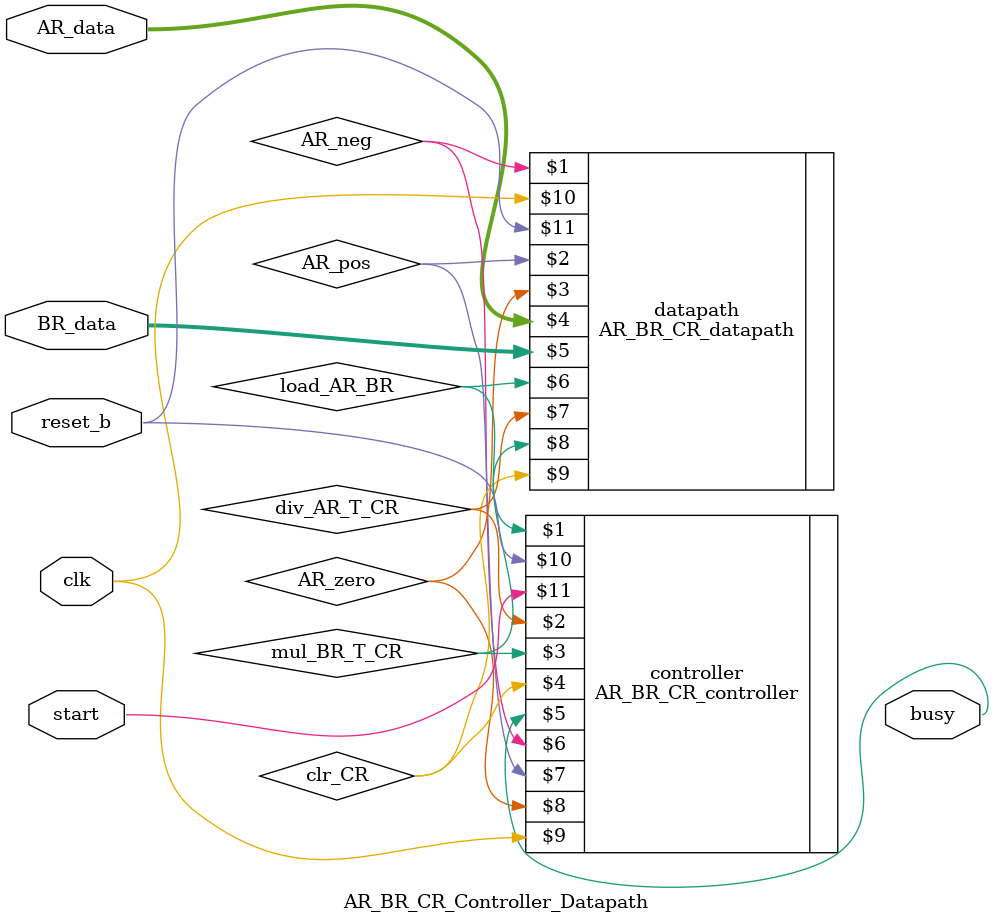
<source format=v>
module AR_BR_CR_Controller_Datapath(clk,reset_b,start,AR_data,BR_data,busy);
  
  input clk,reset_b,start;
  input [15:0] AR_data,BR_data;
  output busy;
  
  AR_BR_CR_controller controller(load_AR_BR, div_AR_T_CR, mul_BR_T_CR, clr_CR, busy, AR_neg, AR_pos, AR_zero, clk, reset_b, start);
  AR_BR_CR_datapath datapath(AR_neg, AR_pos, AR_zero, AR_data, BR_data, load_AR_BR, div_AR_T_CR, mul_BR_T_CR, clr_CR, clk, reset_b);
  
endmodule
</source>
